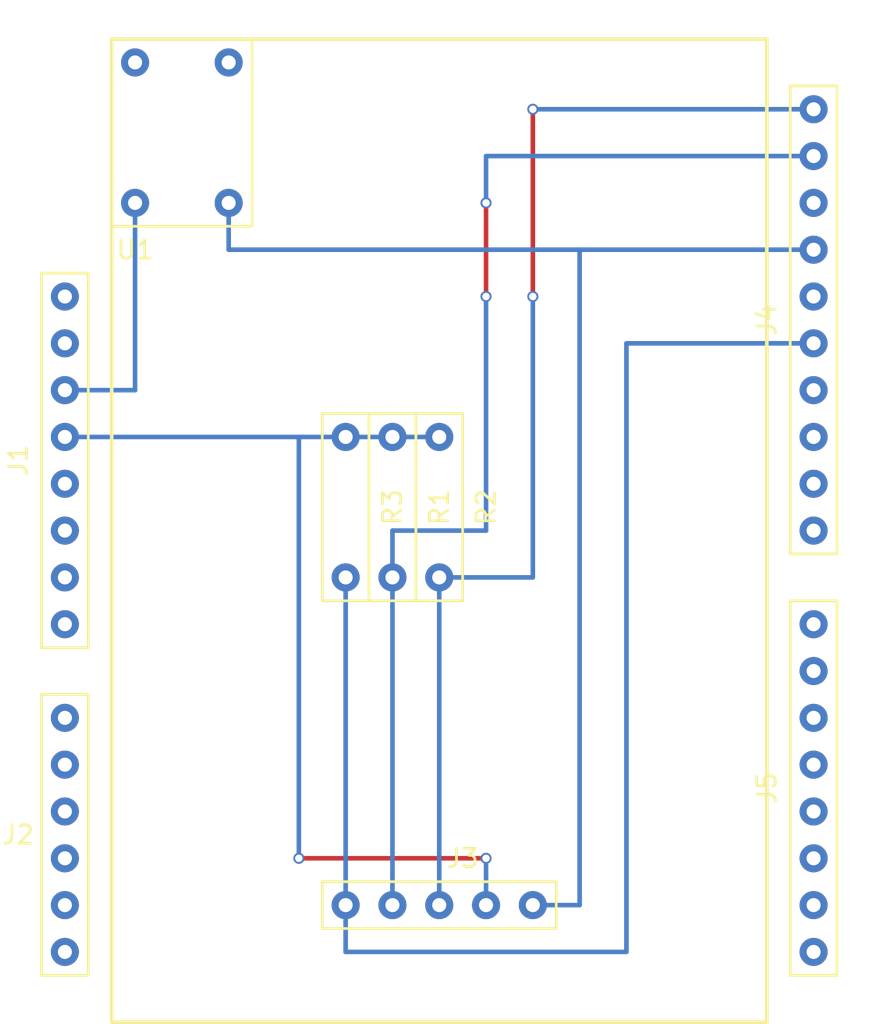
<source format=kicad_pcb>
(kicad_pcb (version 4) (host pcbnew 4.0.7)

  (general
    (links 13)
    (no_connects 0)
    (area 0 0 0 0)
    (thickness 1.6)
    (drawings 4)
    (tracks 40)
    (zones 0)
    (modules 9)
    (nets 35)
  )

  (page A4)
  (layers
    (0 F.Cu signal)
    (31 B.Cu signal)
    (32 B.Adhes user)
    (33 F.Adhes user)
    (34 B.Paste user)
    (35 F.Paste user)
    (36 B.SilkS user)
    (37 F.SilkS user)
    (38 B.Mask user)
    (39 F.Mask user)
    (40 Dwgs.User user)
    (41 Cmts.User user)
    (42 Eco1.User user)
    (43 Eco2.User user)
    (44 Edge.Cuts user)
    (45 Margin user)
    (46 B.CrtYd user)
    (47 F.CrtYd user)
    (48 B.Fab user)
    (49 F.Fab user)
  )

  (setup
    (last_trace_width 0.25)
    (trace_clearance 0.2)
    (zone_clearance 0.508)
    (zone_45_only no)
    (trace_min 0.2)
    (segment_width 0.2)
    (edge_width 0.15)
    (via_size 0.6)
    (via_drill 0.4)
    (via_min_size 0.4)
    (via_min_drill 0.3)
    (uvia_size 0.3)
    (uvia_drill 0.1)
    (uvias_allowed no)
    (uvia_min_size 0.2)
    (uvia_min_drill 0.1)
    (pcb_text_width 0.3)
    (pcb_text_size 1.5 1.5)
    (mod_edge_width 0.15)
    (mod_text_size 1 1)
    (mod_text_width 0.15)
    (pad_size 1.524 1.524)
    (pad_drill 0.762)
    (pad_to_mask_clearance 0.2)
    (aux_axis_origin 0 0)
    (visible_elements 7FFFFFFF)
    (pcbplotparams
      (layerselection 0x00030_80000001)
      (usegerberextensions false)
      (excludeedgelayer true)
      (linewidth 0.100000)
      (plotframeref false)
      (viasonmask false)
      (mode 1)
      (useauxorigin false)
      (hpglpennumber 1)
      (hpglpenspeed 20)
      (hpglpendiameter 15)
      (hpglpenoverlay 2)
      (psnegative false)
      (psa4output false)
      (plotreference true)
      (plotvalue true)
      (plotinvisibletext false)
      (padsonsilk false)
      (subtractmaskfromsilk false)
      (outputformat 1)
      (mirror false)
      (drillshape 0)
      (scaleselection 1)
      (outputdirectory ""))
  )

  (net 0 "")
  (net 1 "Net-(J1-Pad1)")
  (net 2 +3V3)
  (net 3 "Net-(J1-Pad3)")
  (net 4 GND)
  (net 5 "Net-(J2-Pad1)")
  (net 6 "Net-(J4-Pad5)")
  (net 7 "Net-(J1-Pad2)")
  (net 8 "Net-(J4-Pad3)")
  (net 9 "Net-(J4-Pad7)")
  (net 10 "Net-(J4-Pad8)")
  (net 11 "Net-(J4-Pad9)")
  (net 12 "Net-(J4-Pad10)")
  (net 13 "Net-(J5-Pad1)")
  (net 14 "Net-(J5-Pad2)")
  (net 15 "Net-(J5-Pad3)")
  (net 16 "Net-(J5-Pad4)")
  (net 17 "Net-(J5-Pad5)")
  (net 18 "Net-(J5-Pad6)")
  (net 19 "Net-(J5-Pad7)")
  (net 20 "Net-(J5-Pad8)")
  (net 21 "Net-(J1-Pad7)")
  (net 22 "Net-(J1-Pad8)")
  (net 23 "Net-(J2-Pad2)")
  (net 24 "Net-(J2-Pad3)")
  (net 25 "Net-(J2-Pad4)")
  (net 26 "Net-(J2-Pad5)")
  (net 27 "Net-(J2-Pad6)")
  (net 28 "Net-(U1-Pad1)")
  (net 29 "Net-(U1-Pad3)")
  (net 30 "Net-(J1-Pad5)")
  (net 31 "Net-(J1-Pad6)")
  (net 32 "Net-(J3-Pad3)")
  (net 33 "Net-(J3-Pad4)")
  (net 34 "Net-(J3-Pad5)")

  (net_class Default "This is the default net class."
    (clearance 0.2)
    (trace_width 0.25)
    (via_dia 0.6)
    (via_drill 0.4)
    (uvia_dia 0.3)
    (uvia_drill 0.1)
    (add_net +3V3)
    (add_net GND)
    (add_net "Net-(J1-Pad1)")
    (add_net "Net-(J1-Pad2)")
    (add_net "Net-(J1-Pad3)")
    (add_net "Net-(J1-Pad5)")
    (add_net "Net-(J1-Pad6)")
    (add_net "Net-(J1-Pad7)")
    (add_net "Net-(J1-Pad8)")
    (add_net "Net-(J2-Pad1)")
    (add_net "Net-(J2-Pad2)")
    (add_net "Net-(J2-Pad3)")
    (add_net "Net-(J2-Pad4)")
    (add_net "Net-(J2-Pad5)")
    (add_net "Net-(J2-Pad6)")
    (add_net "Net-(J3-Pad3)")
    (add_net "Net-(J3-Pad4)")
    (add_net "Net-(J3-Pad5)")
    (add_net "Net-(J4-Pad10)")
    (add_net "Net-(J4-Pad3)")
    (add_net "Net-(J4-Pad5)")
    (add_net "Net-(J4-Pad7)")
    (add_net "Net-(J4-Pad8)")
    (add_net "Net-(J4-Pad9)")
    (add_net "Net-(J5-Pad1)")
    (add_net "Net-(J5-Pad2)")
    (add_net "Net-(J5-Pad3)")
    (add_net "Net-(J5-Pad4)")
    (add_net "Net-(J5-Pad5)")
    (add_net "Net-(J5-Pad6)")
    (add_net "Net-(J5-Pad7)")
    (add_net "Net-(J5-Pad8)")
    (add_net "Net-(U1-Pad1)")
    (add_net "Net-(U1-Pad3)")
  )

  (module "mcu:Pin Header 8P" (layer F.Cu) (tedit 5B4591E3) (tstamp 5C5A434E)
    (at 114.3 107.95 270)
    (path /5C5A0EE3)
    (fp_text reference J1 (at 0 2.54 270) (layer F.SilkS)
      (effects (font (size 1 1) (thickness 0.15)))
    )
    (fp_text value Conn_01x08_Male (at 0 -2.54 270) (layer F.Fab)
      (effects (font (size 1 1) (thickness 0.15)))
    )
    (fp_line (start -10.16 -1.27) (end -10.16 1.27) (layer F.SilkS) (width 0.15))
    (fp_line (start -10.16 1.27) (end 10.16 1.27) (layer F.SilkS) (width 0.15))
    (fp_line (start 10.16 1.27) (end 10.16 -1.27) (layer F.SilkS) (width 0.15))
    (fp_line (start 10.16 -1.27) (end -10.16 -1.27) (layer F.SilkS) (width 0.15))
    (pad 1 thru_hole circle (at -8.89 0 270) (size 1.524 1.524) (drill 0.762) (layers *.Cu *.Mask)
      (net 1 "Net-(J1-Pad1)"))
    (pad 2 thru_hole circle (at -6.35 0 270) (size 1.524 1.524) (drill 0.762) (layers *.Cu *.Mask)
      (net 7 "Net-(J1-Pad2)"))
    (pad 3 thru_hole circle (at -3.81 0 270) (size 1.524 1.524) (drill 0.762) (layers *.Cu *.Mask)
      (net 3 "Net-(J1-Pad3)"))
    (pad 4 thru_hole circle (at -1.27 0 270) (size 1.524 1.524) (drill 0.762) (layers *.Cu *.Mask)
      (net 2 +3V3))
    (pad 5 thru_hole circle (at 1.27 0 270) (size 1.524 1.524) (drill 0.762) (layers *.Cu *.Mask)
      (net 30 "Net-(J1-Pad5)"))
    (pad 6 thru_hole circle (at 3.81 0 270) (size 1.524 1.524) (drill 0.762) (layers *.Cu *.Mask)
      (net 31 "Net-(J1-Pad6)"))
    (pad 7 thru_hole circle (at 6.35 0 270) (size 1.524 1.524) (drill 0.762) (layers *.Cu *.Mask)
      (net 21 "Net-(J1-Pad7)"))
    (pad 8 thru_hole circle (at 8.89 0 270) (size 1.524 1.524) (drill 0.762) (layers *.Cu *.Mask)
      (net 22 "Net-(J1-Pad8)"))
  )

  (module "mcu:Pin Header 6P" (layer F.Cu) (tedit 5C5E2ED6) (tstamp 5C5A4358)
    (at 114.3 128.27 270)
    (path /5BEA152F)
    (fp_text reference J2 (at 0 2.54 360) (layer F.SilkS)
      (effects (font (size 1 1) (thickness 0.15)))
    )
    (fp_text value Conn_01x06_Male (at 0 -2.54 270) (layer F.Fab)
      (effects (font (size 1 1) (thickness 0.15)))
    )
    (fp_line (start -7.62 -1.27) (end -7.62 1.27) (layer F.SilkS) (width 0.15))
    (fp_line (start -7.62 1.27) (end 7.62 1.27) (layer F.SilkS) (width 0.15))
    (fp_line (start 7.62 1.27) (end 7.62 -1.27) (layer F.SilkS) (width 0.15))
    (fp_line (start 7.62 -1.27) (end -7.62 -1.27) (layer F.SilkS) (width 0.15))
    (pad 1 thru_hole circle (at -6.35 0 270) (size 1.524 1.524) (drill 0.762) (layers *.Cu *.Mask)
      (net 5 "Net-(J2-Pad1)"))
    (pad 2 thru_hole circle (at -3.81 0 270) (size 1.524 1.524) (drill 0.762) (layers *.Cu *.Mask)
      (net 23 "Net-(J2-Pad2)"))
    (pad 3 thru_hole circle (at -1.27 0 270) (size 1.524 1.524) (drill 0.762) (layers *.Cu *.Mask)
      (net 24 "Net-(J2-Pad3)"))
    (pad 4 thru_hole circle (at 1.27 0 270) (size 1.524 1.524) (drill 0.762) (layers *.Cu *.Mask)
      (net 25 "Net-(J2-Pad4)"))
    (pad 5 thru_hole circle (at 3.81 0 270) (size 1.524 1.524) (drill 0.762) (layers *.Cu *.Mask)
      (net 26 "Net-(J2-Pad5)"))
    (pad 6 thru_hole circle (at 6.35 0 270) (size 1.524 1.524) (drill 0.762) (layers *.Cu *.Mask)
      (net 27 "Net-(J2-Pad6)"))
  )

  (module "mcu:Pin Header 10P" (layer F.Cu) (tedit 5B459280) (tstamp 5C5A436B)
    (at 154.94 100.33 270)
    (path /5C5A0FF3)
    (fp_text reference J4 (at 0 2.54 270) (layer F.SilkS)
      (effects (font (size 1 1) (thickness 0.15)))
    )
    (fp_text value Conn_01x10_Male (at 0 -2.54 270) (layer F.Fab)
      (effects (font (size 1 1) (thickness 0.15)))
    )
    (fp_line (start -12.7 -1.27) (end -12.7 1.27) (layer F.SilkS) (width 0.15))
    (fp_line (start -12.7 1.27) (end 12.7 1.27) (layer F.SilkS) (width 0.15))
    (fp_line (start 12.7 1.27) (end 12.7 -1.27) (layer F.SilkS) (width 0.15))
    (fp_line (start 12.7 -1.27) (end -12.7 -1.27) (layer F.SilkS) (width 0.15))
    (pad 1 thru_hole circle (at -11.43 0 270) (size 1.524 1.524) (drill 0.762) (layers *.Cu *.Mask)
      (net 32 "Net-(J3-Pad3)"))
    (pad 2 thru_hole circle (at -8.89 0 270) (size 1.524 1.524) (drill 0.762) (layers *.Cu *.Mask)
      (net 33 "Net-(J3-Pad4)"))
    (pad 3 thru_hole circle (at -6.35 0 270) (size 1.524 1.524) (drill 0.762) (layers *.Cu *.Mask)
      (net 8 "Net-(J4-Pad3)"))
    (pad 4 thru_hole circle (at -3.81 0 270) (size 1.524 1.524) (drill 0.762) (layers *.Cu *.Mask)
      (net 4 GND))
    (pad 5 thru_hole circle (at -1.27 0 270) (size 1.524 1.524) (drill 0.762) (layers *.Cu *.Mask)
      (net 6 "Net-(J4-Pad5)"))
    (pad 6 thru_hole circle (at 1.27 0 270) (size 1.524 1.524) (drill 0.762) (layers *.Cu *.Mask)
      (net 34 "Net-(J3-Pad5)"))
    (pad 7 thru_hole circle (at 3.81 0 270) (size 1.524 1.524) (drill 0.762) (layers *.Cu *.Mask)
      (net 9 "Net-(J4-Pad7)"))
    (pad 8 thru_hole circle (at 6.35 0 270) (size 1.524 1.524) (drill 0.762) (layers *.Cu *.Mask)
      (net 10 "Net-(J4-Pad8)"))
    (pad 9 thru_hole circle (at 8.89 0 270) (size 1.524 1.524) (drill 0.762) (layers *.Cu *.Mask)
      (net 11 "Net-(J4-Pad9)"))
    (pad 10 thru_hole circle (at 11.43 0 270) (size 1.524 1.524) (drill 0.762) (layers *.Cu *.Mask)
      (net 12 "Net-(J4-Pad10)"))
  )

  (module "mcu:Pin Header 8P" (layer F.Cu) (tedit 5B4591E3) (tstamp 5C5A4377)
    (at 154.94 125.73 270)
    (path /5BEA0DD0)
    (fp_text reference J5 (at 0 2.54 270) (layer F.SilkS)
      (effects (font (size 1 1) (thickness 0.15)))
    )
    (fp_text value Conn_01x08_Male (at 0 -2.54 270) (layer F.Fab)
      (effects (font (size 1 1) (thickness 0.15)))
    )
    (fp_line (start -10.16 -1.27) (end -10.16 1.27) (layer F.SilkS) (width 0.15))
    (fp_line (start -10.16 1.27) (end 10.16 1.27) (layer F.SilkS) (width 0.15))
    (fp_line (start 10.16 1.27) (end 10.16 -1.27) (layer F.SilkS) (width 0.15))
    (fp_line (start 10.16 -1.27) (end -10.16 -1.27) (layer F.SilkS) (width 0.15))
    (pad 1 thru_hole circle (at -8.89 0 270) (size 1.524 1.524) (drill 0.762) (layers *.Cu *.Mask)
      (net 13 "Net-(J5-Pad1)"))
    (pad 2 thru_hole circle (at -6.35 0 270) (size 1.524 1.524) (drill 0.762) (layers *.Cu *.Mask)
      (net 14 "Net-(J5-Pad2)"))
    (pad 3 thru_hole circle (at -3.81 0 270) (size 1.524 1.524) (drill 0.762) (layers *.Cu *.Mask)
      (net 15 "Net-(J5-Pad3)"))
    (pad 4 thru_hole circle (at -1.27 0 270) (size 1.524 1.524) (drill 0.762) (layers *.Cu *.Mask)
      (net 16 "Net-(J5-Pad4)"))
    (pad 5 thru_hole circle (at 1.27 0 270) (size 1.524 1.524) (drill 0.762) (layers *.Cu *.Mask)
      (net 17 "Net-(J5-Pad5)"))
    (pad 6 thru_hole circle (at 3.81 0 270) (size 1.524 1.524) (drill 0.762) (layers *.Cu *.Mask)
      (net 18 "Net-(J5-Pad6)"))
    (pad 7 thru_hole circle (at 6.35 0 270) (size 1.524 1.524) (drill 0.762) (layers *.Cu *.Mask)
      (net 19 "Net-(J5-Pad7)"))
    (pad 8 thru_hole circle (at 8.89 0 270) (size 1.524 1.524) (drill 0.762) (layers *.Cu *.Mask)
      (net 20 "Net-(J5-Pad8)"))
  )

  (module mcu:tactile_sw_4p (layer F.Cu) (tedit 5BEA2BB9) (tstamp 5CC78D93)
    (at 120.65 90.17)
    (path /5BEA1A70)
    (fp_text reference U1 (at -2.54 6.35) (layer F.SilkS)
      (effects (font (size 1 1) (thickness 0.15)))
    )
    (fp_text value tactile_sw (at 0 -6.35) (layer F.Fab)
      (effects (font (size 1 1) (thickness 0.15)))
    )
    (fp_line (start -3.81 -5.08) (end -3.81 5.08) (layer F.SilkS) (width 0.15))
    (fp_line (start -3.81 5.08) (end 3.81 5.08) (layer F.SilkS) (width 0.15))
    (fp_line (start 3.81 5.08) (end 3.81 -5.08) (layer F.SilkS) (width 0.15))
    (fp_line (start 3.81 -5.08) (end -3.81 -5.08) (layer F.SilkS) (width 0.15))
    (pad 1 thru_hole circle (at 2.54 -3.81) (size 1.524 1.524) (drill 0.762) (layers *.Cu *.Mask)
      (net 28 "Net-(U1-Pad1)"))
    (pad 2 thru_hole circle (at 2.54 3.81) (size 1.524 1.524) (drill 0.762) (layers *.Cu *.Mask)
      (net 4 GND))
    (pad 3 thru_hole circle (at -2.54 -3.81) (size 1.524 1.524) (drill 0.762) (layers *.Cu *.Mask)
      (net 29 "Net-(U1-Pad3)"))
    (pad 4 thru_hole circle (at -2.54 3.81) (size 1.524 1.524) (drill 0.762) (layers *.Cu *.Mask)
      (net 3 "Net-(J1-Pad3)"))
  )

  (module mcu:Pin_Header_5P (layer F.Cu) (tedit 5CF1191B) (tstamp 5CF10A81)
    (at 134.62 132.08 180)
    (path /5CF0BE0A)
    (fp_text reference J3 (at -1.27 2.54 180) (layer F.SilkS)
      (effects (font (size 1 1) (thickness 0.15)))
    )
    (fp_text value Conn_01x05_Male (at -1.27 -2.54 180) (layer F.Fab)
      (effects (font (size 1 1) (thickness 0.15)))
    )
    (fp_line (start 6.35 -1.27) (end -6.35 -1.27) (layer F.SilkS) (width 0.15))
    (fp_line (start -6.35 1.27) (end 6.35 1.27) (layer F.SilkS) (width 0.15))
    (fp_line (start -6.35 -1.27) (end -6.35 1.27) (layer F.SilkS) (width 0.15))
    (fp_line (start 6.35 1.27) (end 6.35 -1.27) (layer F.SilkS) (width 0.15))
    (pad 1 thru_hole circle (at -5.08 0 180) (size 1.524 1.524) (drill 0.762) (layers *.Cu *.Mask)
      (net 4 GND))
    (pad 2 thru_hole circle (at -2.54 0 180) (size 1.524 1.524) (drill 0.762) (layers *.Cu *.Mask)
      (net 2 +3V3))
    (pad 3 thru_hole circle (at 0 0 180) (size 1.524 1.524) (drill 0.762) (layers *.Cu *.Mask)
      (net 32 "Net-(J3-Pad3)"))
    (pad 4 thru_hole circle (at 2.54 0 180) (size 1.524 1.524) (drill 0.762) (layers *.Cu *.Mask)
      (net 33 "Net-(J3-Pad4)"))
    (pad 5 thru_hole circle (at 5.08 0 180) (size 1.524 1.524) (drill 0.762) (layers *.Cu *.Mask)
      (net 34 "Net-(J3-Pad5)"))
  )

  (module mcu:Register (layer F.Cu) (tedit 5B472301) (tstamp 5CF10A87)
    (at 132.08 110.49 270)
    (path /5CF0C901)
    (fp_text reference R1 (at 0 -2.54 270) (layer F.SilkS)
      (effects (font (size 1 1) (thickness 0.15)))
    )
    (fp_text value 10k (at 0 2.54 270) (layer F.Fab)
      (effects (font (size 1 1) (thickness 0.15)))
    )
    (fp_line (start -5.08 -1.27) (end 5.08 -1.27) (layer F.SilkS) (width 0.15))
    (fp_line (start -5.08 -1.27) (end -5.08 1.27) (layer F.SilkS) (width 0.15))
    (fp_line (start -5.08 1.27) (end 5.08 1.27) (layer F.SilkS) (width 0.15))
    (fp_line (start 5.08 1.27) (end 5.08 -1.27) (layer F.SilkS) (width 0.15))
    (pad 1 thru_hole circle (at -3.81 0 270) (size 1.524 1.524) (drill 0.762) (layers *.Cu *.Mask)
      (net 2 +3V3))
    (pad 2 thru_hole circle (at 3.81 0 270) (size 1.524 1.524) (drill 0.762) (layers *.Cu *.Mask)
      (net 33 "Net-(J3-Pad4)"))
  )

  (module mcu:Register (layer F.Cu) (tedit 5B472301) (tstamp 5CF10A8D)
    (at 134.62 110.49 270)
    (path /5CF0C94A)
    (fp_text reference R2 (at 0 -2.54 270) (layer F.SilkS)
      (effects (font (size 1 1) (thickness 0.15)))
    )
    (fp_text value 10k (at 0 2.54 270) (layer F.Fab)
      (effects (font (size 1 1) (thickness 0.15)))
    )
    (fp_line (start -5.08 -1.27) (end 5.08 -1.27) (layer F.SilkS) (width 0.15))
    (fp_line (start -5.08 -1.27) (end -5.08 1.27) (layer F.SilkS) (width 0.15))
    (fp_line (start -5.08 1.27) (end 5.08 1.27) (layer F.SilkS) (width 0.15))
    (fp_line (start 5.08 1.27) (end 5.08 -1.27) (layer F.SilkS) (width 0.15))
    (pad 1 thru_hole circle (at -3.81 0 270) (size 1.524 1.524) (drill 0.762) (layers *.Cu *.Mask)
      (net 2 +3V3))
    (pad 2 thru_hole circle (at 3.81 0 270) (size 1.524 1.524) (drill 0.762) (layers *.Cu *.Mask)
      (net 32 "Net-(J3-Pad3)"))
  )

  (module mcu:Register (layer F.Cu) (tedit 5B472301) (tstamp 5CF10A93)
    (at 129.54 110.49 270)
    (path /5CF108D0)
    (fp_text reference R3 (at 0 -2.54 270) (layer F.SilkS)
      (effects (font (size 1 1) (thickness 0.15)))
    )
    (fp_text value 51k (at 0 2.54 270) (layer F.Fab)
      (effects (font (size 1 1) (thickness 0.15)))
    )
    (fp_line (start -5.08 -1.27) (end 5.08 -1.27) (layer F.SilkS) (width 0.15))
    (fp_line (start -5.08 -1.27) (end -5.08 1.27) (layer F.SilkS) (width 0.15))
    (fp_line (start -5.08 1.27) (end 5.08 1.27) (layer F.SilkS) (width 0.15))
    (fp_line (start 5.08 1.27) (end 5.08 -1.27) (layer F.SilkS) (width 0.15))
    (pad 1 thru_hole circle (at -3.81 0 270) (size 1.524 1.524) (drill 0.762) (layers *.Cu *.Mask)
      (net 2 +3V3))
    (pad 2 thru_hole circle (at 3.81 0 270) (size 1.524 1.524) (drill 0.762) (layers *.Cu *.Mask)
      (net 34 "Net-(J3-Pad5)"))
  )

  (gr_line (start 116.84 85.09) (end 152.4 85.09) (angle 90) (layer F.SilkS) (width 0.2))
  (gr_line (start 116.84 138.43) (end 152.4 138.43) (angle 90) (layer F.SilkS) (width 0.2))
  (gr_line (start 152.4 85.09) (end 152.4 138.43) (angle 90) (layer F.SilkS) (width 0.2))
  (gr_line (start 116.84 85.09) (end 116.84 138.43) (angle 90) (layer F.SilkS) (width 0.2))

  (segment (start 137.16 132.08) (end 137.16 129.54) (width 0.25) (layer B.Cu) (net 2))
  (segment (start 127 129.54) (end 127 106.68) (width 0.25) (layer B.Cu) (net 2) (tstamp 5CF1163A))
  (via (at 127 129.54) (size 0.6) (drill 0.4) (layers F.Cu B.Cu) (net 2))
  (segment (start 137.16 129.54) (end 127 129.54) (width 0.25) (layer F.Cu) (net 2) (tstamp 5CF11637))
  (via (at 137.16 129.54) (size 0.6) (drill 0.4) (layers F.Cu B.Cu) (net 2))
  (segment (start 137.16 129.54) (end 137.16 129.54) (width 0.25) (layer B.Cu) (net 2) (tstamp 5CF11631))
  (segment (start 129.54 106.68) (end 127 106.68) (width 0.25) (layer B.Cu) (net 2))
  (segment (start 127 106.68) (end 114.3 106.68) (width 0.25) (layer B.Cu) (net 2) (tstamp 5CF1163D))
  (segment (start 132.08 106.68) (end 129.54 106.68) (width 0.25) (layer B.Cu) (net 2))
  (segment (start 134.62 106.68) (end 132.08 106.68) (width 0.25) (layer B.Cu) (net 2))
  (segment (start 114.3 104.14) (end 118.11 104.14) (width 0.25) (layer B.Cu) (net 3))
  (segment (start 118.11 104.14) (end 118.11 93.98) (width 0.25) (layer B.Cu) (net 3) (tstamp 5CC790BD))
  (segment (start 123.19 96.52) (end 139.7 96.52) (width 0.25) (layer B.Cu) (net 4) (tstamp 5CF110F8))
  (segment (start 139.7 132.08) (end 142.24 132.08) (width 0.25) (layer B.Cu) (net 4))
  (segment (start 142.24 132.08) (end 142.24 96.52) (width 0.25) (layer B.Cu) (net 4) (tstamp 5CF11898))
  (segment (start 123.19 93.98) (end 123.19 96.52) (width 0.25) (layer B.Cu) (net 4))
  (segment (start 139.7 96.52) (end 142.24 96.52) (width 0.25) (layer B.Cu) (net 4) (tstamp 5CF110EC))
  (segment (start 142.24 96.52) (end 154.94 96.52) (width 0.25) (layer B.Cu) (net 4) (tstamp 5CF118A1))
  (segment (start 154.94 88.9) (end 139.7 88.9) (width 0.25) (layer B.Cu) (net 32))
  (via (at 139.7 88.9) (size 0.6) (drill 0.4) (layers F.Cu B.Cu) (net 32))
  (segment (start 139.7 88.9) (end 139.7 99.06) (width 0.25) (layer F.Cu) (net 32) (tstamp 5CF118C3))
  (via (at 139.7 99.06) (size 0.6) (drill 0.4) (layers F.Cu B.Cu) (net 32))
  (segment (start 139.7 99.06) (end 139.7 114.3) (width 0.25) (layer B.Cu) (net 32) (tstamp 5CF118D0))
  (segment (start 139.7 114.3) (end 134.62 114.3) (width 0.25) (layer B.Cu) (net 32) (tstamp 5CF118D1))
  (segment (start 134.62 114.3) (end 134.62 132.08) (width 0.25) (layer B.Cu) (net 32) (status 10))
  (segment (start 154.94 91.44) (end 137.16 91.44) (width 0.25) (layer B.Cu) (net 33))
  (segment (start 137.16 91.44) (end 137.16 93.98) (width 0.25) (layer B.Cu) (net 33) (tstamp 5CF11435))
  (via (at 137.16 93.98) (size 0.6) (drill 0.4) (layers F.Cu B.Cu) (net 33))
  (segment (start 137.16 93.98) (end 137.16 99.06) (width 0.25) (layer F.Cu) (net 33) (tstamp 5CF11438))
  (via (at 137.16 99.06) (size 0.6) (drill 0.4) (layers F.Cu B.Cu) (net 33))
  (segment (start 137.16 99.06) (end 137.16 111.76) (width 0.25) (layer B.Cu) (net 33) (tstamp 5CF1143B))
  (segment (start 137.16 111.76) (end 132.08 111.76) (width 0.25) (layer B.Cu) (net 33) (tstamp 5CF1143C))
  (segment (start 132.08 111.76) (end 132.08 114.3) (width 0.25) (layer B.Cu) (net 33) (tstamp 5CF1143D))
  (segment (start 132.08 114.3) (end 132.08 132.08) (width 0.25) (layer B.Cu) (net 33) (status 10))
  (segment (start 129.54 114.3) (end 129.54 132.08) (width 0.25) (layer B.Cu) (net 34) (status 10))
  (segment (start 154.94 101.6) (end 144.78 101.6) (width 0.25) (layer B.Cu) (net 34))
  (segment (start 129.54 134.62) (end 129.54 132.08) (width 0.25) (layer B.Cu) (net 34) (tstamp 5CF110A9))
  (segment (start 134.62 134.62) (end 129.54 134.62) (width 0.25) (layer B.Cu) (net 34) (tstamp 5CF110A4))
  (segment (start 144.78 134.62) (end 134.62 134.62) (width 0.25) (layer B.Cu) (net 34) (tstamp 5CF110A0))
  (segment (start 144.78 101.6) (end 144.78 134.62) (width 0.25) (layer B.Cu) (net 34) (tstamp 5CF1109E))

)

</source>
